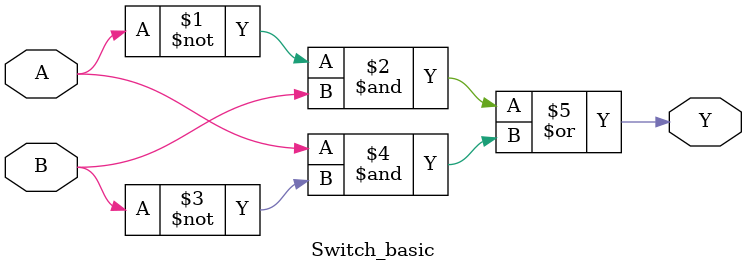
<source format=v>
module Switch_basic(
  input A,
  input B,
  output Y
);
  assign Y = (~A & B)|(A & ~B);
endmodule


</source>
